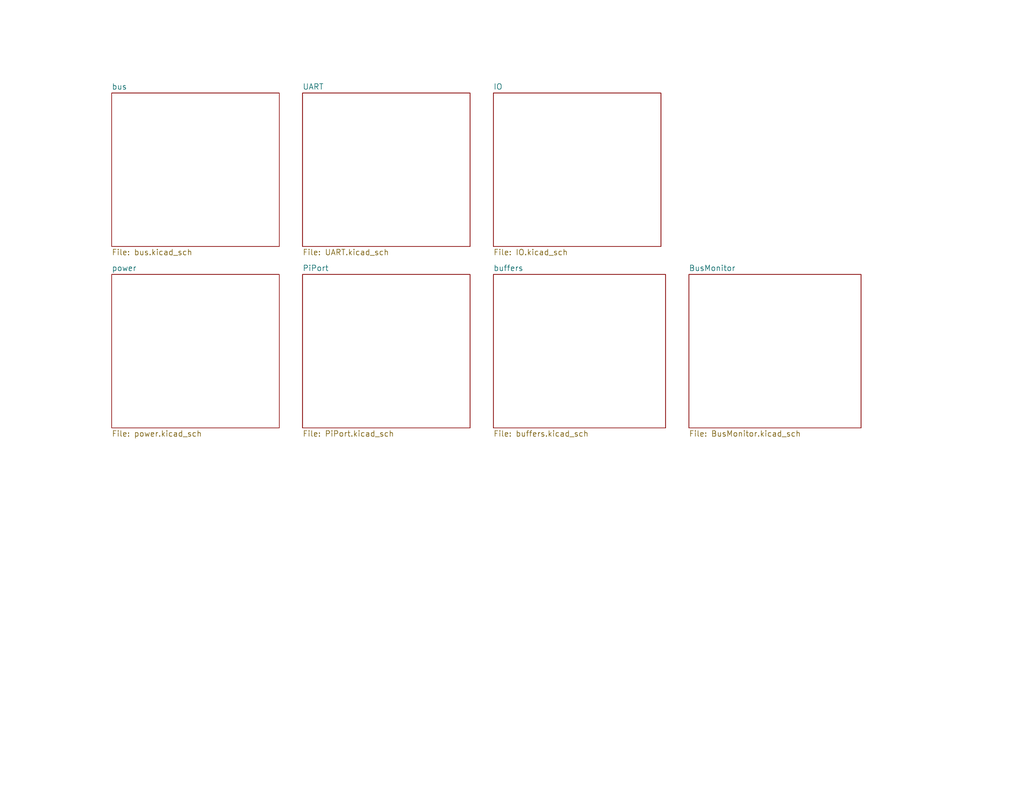
<source format=kicad_sch>
(kicad_sch (version 20211123) (generator eeschema)
  (paper "A")
  (lib_symbols)
  (sheet (at 134.62 74.93) (size 46.99 41.91)
    (property "Sheet name" "buffers" (at 134.62 74.0914 0) (effects (font (size 1.524 1.524)) (justify left bottom)))
    (property "Sheet file" "buffers.kicad_sch" (at 134.62 117.5262 0) (effects (font (size 1.524 1.524)) (justify left top)))
  )
  (sheet (at 30.48 25.4) (size 45.72 41.91)
    (property "Sheet name" "bus" (at 30.48 24.5614 0) (effects (font (size 1.524 1.524)) (justify left bottom)))
    (property "Sheet file" "bus.kicad_sch" (at 30.48 67.9962 0) (effects (font (size 1.524 1.524)) (justify left top)))
  )
  (sheet (at 30.48 74.93) (size 45.72 41.91)
    (property "Sheet name" "power" (at 30.48 74.0914 0) (effects (font (size 1.524 1.524)) (justify left bottom)))
    (property "Sheet file" "power.kicad_sch" (at 30.48 117.5262 0) (effects (font (size 1.524 1.524)) (justify left top)))
  )
  (sheet (at 82.55 25.4) (size 45.72 41.91)
    (property "Sheet name" "UART" (at 82.55 24.5614 0) (effects (font (size 1.524 1.524)) (justify left bottom)))
    (property "Sheet file" "UART.kicad_sch" (at 82.55 67.9962 0) (effects (font (size 1.524 1.524)) (justify left top)))
  )
  (sheet (at 82.55 74.93) (size 45.72 41.91)
    (property "Sheet name" "PiPort" (at 82.55 74.0914 0) (effects (font (size 1.524 1.524)) (justify left bottom)))
    (property "Sheet file" "PiPort.kicad_sch" (at 82.55 117.5262 0) (effects (font (size 1.524 1.524)) (justify left top)))
  )
  (sheet (at 187.96 74.93) (size 46.99 41.91)
    (property "Sheet name" "BusMonitor" (at 187.96 74.0914 0) (effects (font (size 1.524 1.524)) (justify left bottom)))
    (property "Sheet file" "BusMonitor.kicad_sch" (at 187.96 117.5262 0) (effects (font (size 1.524 1.524)) (justify left top)))
  )
  (sheet (at 134.62 25.4) (size 45.72 41.91)
    (property "Sheet name" "IO" (at 134.62 24.5614 0) (effects (font (size 1.524 1.524)) (justify left bottom)))
    (property "Sheet file" "IO.kicad_sch" (at 134.62 67.9962 0) (effects (font (size 1.524 1.524)) (justify left top)))
  )
)
</source>
